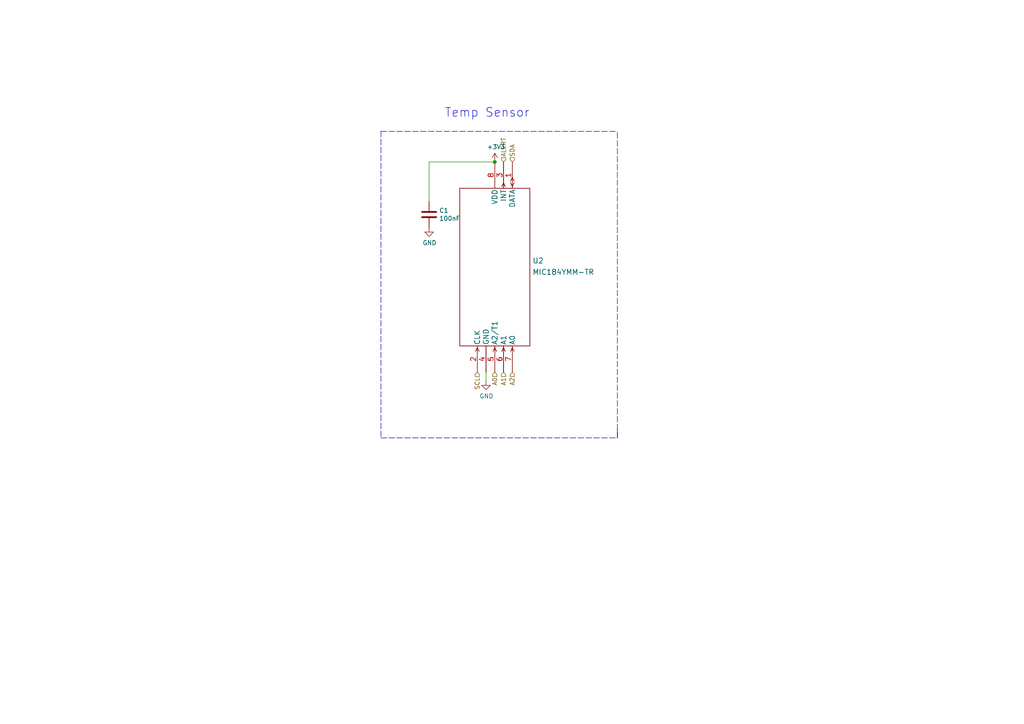
<source format=kicad_sch>
(kicad_sch (version 20211123) (generator eeschema)
  (paper "A4")
  (title_block (title "MCP9608 Temperature Sensor") (date "2021-12-20") (rev "v2.0.1") (company "Missouri S&T Rocket Design Team '21 (Jacob King, Thomas Francois)") (comment 1 "https://github.com/MSTRocketDesignTeam/Avionics-Data-Collection-PCB"))
  (lib_symbols
    (symbol "Device:C" (pin_numbers hide) (pin_names (offset 0.254))
      (property "Reference" "C" (at 0.635 2.54 0))
      (property "Value" "C" (at 0.635 -2.54 0))
      (symbol "C_0_1"
        (polyline (pts (xy -2.032 -0.762) (xy 2.032 -0.762)) (stroke (width 0.508)))
        (polyline (pts (xy -2.032 0.762) (xy 2.032 0.762)) (stroke (width 0.508)))
      )
      (symbol "C_1_1"
        (pin passive line (at 0 3.81 270) (length 2.794) (name "~") (number "1"))
        (pin passive line (at 0 -3.81 90) (length 2.794) (name "~") (number "2"))
      )
    )
    (symbol "RDT_Custom_Symbols:MIC184YMM-TR" (pin_names (offset 0.254))
      (property "Reference" "U" (at 30.48 10.16 0))
      (property "Value" "MIC184YMM-TR" (at 30.48 7.62 0))
      (symbol "MIC184YMM-TR_1_1"
        (polyline (pts (xy 7.112 -10.16) (xy 6.0452 -10.668)) (stroke (width 0.2032)))
        (polyline (pts (xy 7.112 -10.16) (xy 6.0452 -9.652)) (stroke (width 0.2032)))
        (polyline (pts (xy 7.112 -7.62) (xy 6.0452 -8.128)) (stroke (width 0.2032)))
        (polyline (pts (xy 7.112 -7.62) (xy 6.0452 -7.112)) (stroke (width 0.2032)))
        (polyline (pts (xy 7.112 -5.08) (xy 6.0452 -5.588)) (stroke (width 0.2032)))
        (polyline (pts (xy 7.112 -5.08) (xy 6.0452 -4.572)) (stroke (width 0.2032)))
        (polyline (pts (xy 7.112 0) (xy 6.0452 -0.508)) (stroke (width 0.2032)))
        (polyline (pts (xy 7.112 0) (xy 6.0452 0.508)) (stroke (width 0.2032)))
        (polyline (pts (xy 7.62 -15.24) (xy 53.34 -15.24)) (stroke (width 0.2032)))
        (polyline (pts (xy 7.62 5.08) (xy 7.62 -15.24)) (stroke (width 0.2032)))
        (polyline (pts (xy 53.34 -15.24) (xy 53.34 5.08)) (stroke (width 0.2032)))
        (polyline (pts (xy 53.34 5.08) (xy 7.62 5.08)) (stroke (width 0.2032)))
        (polyline (pts (xy 53.848 -10.16) (xy 54.9148 -10.668)) (stroke (width 0.2032)))
        (polyline (pts (xy 53.848 -10.16) (xy 54.9148 -9.652)) (stroke (width 0.2032)))
        (polyline (pts (xy 53.848 -8.128) (xy 54.9148 -7.62)) (stroke (width 0.2032)))
        (polyline (pts (xy 53.848 -7.112) (xy 54.9148 -7.62)) (stroke (width 0.2032)))
        (polyline (pts (xy 55.4228 -10.668) (xy 56.4642 -10.16)) (stroke (width 0.2032)))
        (polyline (pts (xy 55.4228 -9.652) (xy 56.4642 -10.16)) (stroke (width 0.2032)))
        (pin bidirectional line (at 60.96 -10.16 180) (length 7.62) (name "DATA") (number "1"))
        (pin input line (at 0 0 0) (length 7.62) (name "CLK") (number "2"))
        (pin output line (at 60.96 -7.62 180) (length 7.62) (name "INT") (number "3"))
        (pin power_in line (at 0 -2.54 0) (length 7.62) (name "GND") (number "4"))
        (pin input line (at 0 -5.08 0) (length 7.62) (name "A2/T1") (number "5"))
        (pin input line (at 0 -7.62 0) (length 7.62) (name "A1") (number "6"))
        (pin input line (at 0 -10.16 0) (length 7.62) (name "A0") (number "7"))
        (pin power_in line (at 60.96 -5.08 180) (length 7.62) (name "VDD") (number "8"))
      )
    )
    (symbol "power:+3.3V" (power) (pin_names (offset 0))
      (property "Value" "+3.3V" (at 0 3.556 0))
      (symbol "+3.3V_0_1"
        (polyline (pts (xy -0.762 1.27) (xy 0 2.54)))
        (polyline (pts (xy 0 0) (xy 0 2.54)))
        (polyline (pts (xy 0 2.54) (xy 0.762 1.27)))
      )
      (symbol "+3.3V_1_1"
        (pin power_in line (at 0 0 90) (length 0) hide (name "+3V3") (number "1"))
      )
    )
    (symbol "power:GND" (power) (pin_names (offset 0))
      (property "Value" "GND" (at 0 -3.81 0))
      (symbol "GND_0_1"
        (polyline (pts (xy 0 0) (xy 0 -1.27) (xy 1.27 -1.27) (xy 0 -2.54) (xy -1.27 -1.27) (xy 0 -1.27)))
      )
      (symbol "GND_1_1"
        (pin power_in line (at 0 0 270) (length 0) hide (name "GND") (number "1"))
      )
    )
  )
  (junction (at 143.51 46.99))
  (polyline (pts (xy 179.07 127) (xy 179.07 38.1)))
  (polyline (pts (xy 110.49 38.1) (xy 110.49 127)))
  (wire (pts (xy 140.97 107.95) (xy 140.97 110.49)))
  (wire (pts (xy 124.46 46.99) (xy 143.51 46.99)))
  (polyline (pts (xy 179.07 127) (xy 179.07 125.73)))
  (polyline (pts (xy 110.49 127) (xy 179.07 127)))
  (polyline (pts (xy 110.49 38.1) (xy 179.07 38.1)))
  (polyline (pts (xy 179.07 124.46) (xy 179.07 127)))
  (wire (pts (xy 124.46 46.99) (xy 124.46 58.42)))
  (text "Temp Sensor" (at 153.67 34.29 180) (effects (font (size 2.54 2.54)) (justify right bottom)))
  (hierarchical_label "SDA" (shape input) (at 148.59 46.99 90))
  (hierarchical_label "A2" (shape input) (at 148.59 107.95 270))
  (hierarchical_label "A0" (shape input) (at 143.51 107.95 270))
  (hierarchical_label "SCL" (shape input) (at 138.43 107.95 270))
  (hierarchical_label "A1" (shape input) (at 146.05 107.95 270))
  (hierarchical_label "ALERT" (shape input) (at 146.05 46.99 90))
  (symbol (lib_id "power:+3.3V") (at 143.51 46.99 0)
    (property "Reference" "#PWR08" (effects hide))
    (property "Value" "+3.3V" (at 143.891 42.5958 0))
  )
  (symbol (lib_id "Device:C") (at 124.46 62.23 0)
    (property "Reference" "C1" (at 127.381 61.0616 0) (effects (justify left)))
    (property "Value" "100nF" (at 127.381 63.373 0) (effects (justify left)))
    (property "Footprint" "Capacitor_SMD:C_0603_1608Metric_Pad1.08x0.95mm_HandSolder" (effects hide))
  )
  (symbol (lib_id "power:GND") (at 124.46 66.04 0)
    (property "Reference" "#PWR09" (effects hide))
    (property "Value" "GND" (at 124.587 70.4342 0))
  )
  (symbol (lib_id "power:GND") (at 140.97 110.49 0)
    (property "Reference" "#PWR07" (effects hide))
    (property "Value" "GND" (at 141.097 114.8842 0))
  )
  (symbol (lib_id "RDT_Custom_Symbols:MIC184YMM-TR") (at 138.43 107.95 90)
    (property "Reference" "U2" (at 154.4066 75.6306 90) (effects (font (size 1.524 1.524)) (justify right)))
    (property "Value" "MIC184YMM-TR" (at 154.4066 78.9096 90) (effects (font (size 1.524 1.524)) (justify right)))
    (property "Footprint" "RDT_Custom_Footprints:MIC184YMM-TR" (effects hide))
  )
)
</source>
